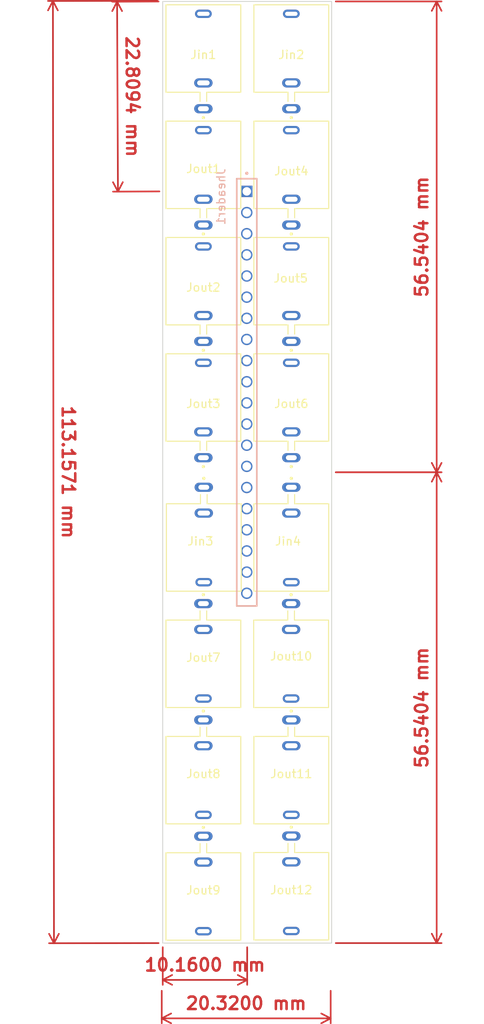
<source format=kicad_pcb>
(kicad_pcb (version 20221018) (generator pcbnew)
  (layers (0 "F.Cu" signal) (31 "B.Cu" signal) (34 "B.Paste" user) (35 "F.Paste" user) (36 "B.SilkS" user "B.Silkscreen") (37 "F.SilkS" user "F.Silkscreen") (38 "B.Mask" user) (39 "F.Mask" user) (44 "Edge.Cuts" user))
  (net 0 "")
  (net 1 "InputBus1")
  (net 2 "Output1")
  (net 3 "Output2")
  (net 4 "Output3")
  (net 5 "Output4")
  (net 6 "Output5")
  (net 7 "Output6")
  (net 8 "Output7")
  (net 9 "Output8")
  (net 10 "InputBus2")
  (net 11 "Output9")
  (net 12 "Output10")
  (net 13 "Output11")
  (net 14 "Output12")
  (net 15 "InputBus3")
  (net 16 "InputBus4")
  (net 17 "GND")
  (footprint "Thonk_PJ398SM:THONK_PJ398SM-12" (layer "F.Cu") (at 157.29 132.08 180)
    (fp_text reference "Jout8" (at 0 0) (layer "F.SilkS"))
    (fp_text value "PJ398SM-12" hide)
    (fp_line (start -4.5 -6) (end -4.5 4.5) (stroke (width 0.127)) (layer "F.SilkS"))
    (fp_line (start -4.5 -6) (end 4.5 -6) (stroke (width 0.127)) (layer "F.SilkS"))
    (fp_line (start -4.5 4.5) (end -0.4 4.5) (stroke (width 0.127)) (layer "F.SilkS"))
    (fp_line (start -0.4 4.5) (end -0.4 5.605) (stroke (width 0.127)) (layer "F.SilkS"))
    (fp_line (start 0.4 4.5) (end 4.5 4.5) (stroke (width 0.127)) (layer "F.SilkS"))
    (fp_line (start 0.4 5.605) (end 0.4 4.5) (stroke (width 0.127)) (layer "F.SilkS"))
    (fp_line (start 4.5 4.5) (end 4.5 -6) (stroke (width 0.127)) (layer "F.SilkS"))
    (fp_circle (center 0 7.55) (end 0.1 7.55) (stroke (width 0.2)) (fill none) (layer "F.SilkS"))
    (pad "1" thru_hole oval (at 0 6.48 180) (size 2.216 1.108) (drill oval 1.3 0.6) (layers "*.Cu" "*.Mask") (net 17 "GND"))
    (pad "2" thru_hole oval (at 0 3.38 180) (size 2.216 1.108) (drill oval 1.5 0.6) (layers "*.Cu" "*.Mask") (net 17 "GND"))
    (pad "3" thru_hole oval (at 0 -4.92 180) (size 2.016 1.008) (drill oval 1.5 0.5) (layers "*.Cu" "*.Mask") (net 9 "Output8"))
  )
  (footprint "Thonk_PJ398SM:THONK_PJ398SM-12" (layer "F.Cu") (at 157.29 118.11 180)
    (fp_text reference "Jout7" (at 0 0) (layer "F.SilkS"))
    (fp_text value "PJ398SM-12" hide)
    (fp_line (start -4.5 -6) (end -4.5 4.5) (stroke (width 0.127)) (layer "F.SilkS"))
    (fp_line (start -4.5 -6) (end 4.5 -6) (stroke (width 0.127)) (layer "F.SilkS"))
    (fp_line (start -4.5 4.5) (end -0.4 4.5) (stroke (width 0.127)) (layer "F.SilkS"))
    (fp_line (start -0.4 4.5) (end -0.4 5.605) (stroke (width 0.127)) (layer "F.SilkS"))
    (fp_line (start 0.4 4.5) (end 4.5 4.5) (stroke (width 0.127)) (layer "F.SilkS"))
    (fp_line (start 0.4 5.605) (end 0.4 4.5) (stroke (width 0.127)) (layer "F.SilkS"))
    (fp_line (start 4.5 4.5) (end 4.5 -6) (stroke (width 0.127)) (layer "F.SilkS"))
    (fp_circle (center 0 7.55) (end 0.1 7.55) (stroke (width 0.2)) (fill none) (layer "F.SilkS"))
    (pad "1" thru_hole oval (at 0 6.48 180) (size 2.216 1.108) (drill oval 1.3 0.6) (layers "*.Cu" "*.Mask") (net 17 "GND"))
    (pad "2" thru_hole oval (at 0 3.38 180) (size 2.216 1.108) (drill oval 1.5 0.6) (layers "*.Cu" "*.Mask") (net 17 "GND"))
    (pad "3" thru_hole oval (at 0 -4.92 180) (size 2.016 1.008) (drill oval 1.5 0.5) (layers "*.Cu" "*.Mask") (net 8 "Output7"))
  )
  (footprint "Thonk_PJ398SM:THONK_PJ398SM-12" (layer "F.Cu") (at 167.8686 132.08 180)
    (fp_text reference "Jout11" (at 0 0) (layer "F.SilkS"))
    (fp_text value "PJ398SM-12" hide)
    (fp_line (start -4.5 -6) (end -4.5 4.5) (stroke (width 0.127)) (layer "F.SilkS"))
    (fp_line (start -4.5 -6) (end 4.5 -6) (stroke (width 0.127)) (layer "F.SilkS"))
    (fp_line (start -4.5 4.5) (end -0.4 4.5) (stroke (width 0.127)) (layer "F.SilkS"))
    (fp_line (start -0.4 4.5) (end -0.4 5.605) (stroke (width 0.127)) (layer "F.SilkS"))
    (fp_line (start 0.4 4.5) (end 4.5 4.5) (stroke (width 0.127)) (layer "F.SilkS"))
    (fp_line (start 0.4 5.605) (end 0.4 4.5) (stroke (width 0.127)) (layer "F.SilkS"))
    (fp_line (start 4.5 4.5) (end 4.5 -6) (stroke (width 0.127)) (layer "F.SilkS"))
    (fp_circle (center 0 7.55) (end 0.1 7.55) (stroke (width 0.2)) (fill none) (layer "F.SilkS"))
    (pad "1" thru_hole oval (at 0 6.48 180) (size 2.216 1.108) (drill oval 1.3 0.6) (layers "*.Cu" "*.Mask") (net 17 "GND"))
    (pad "2" thru_hole oval (at 0 3.38 180) (size 2.216 1.108) (drill oval 1.5 0.6) (layers "*.Cu" "*.Mask") (net 17 "GND"))
    (pad "3" thru_hole oval (at 0 -4.92 180) (size 2.016 1.008) (drill oval 1.5 0.5) (layers "*.Cu" "*.Mask") (net 13 "Output11"))
  )
  (footprint "Thonk_PJ398SM:THONK_PJ398SM-12" (layer "F.Cu") (at 157.29 87.63)
    (fp_text reference "Jout3" (at 0 0) (layer "F.SilkS"))
    (fp_text value "PJ398SM-12" hide)
    (fp_line (start -4.5 -6) (end -4.5 4.5) (stroke (width 0.127)) (layer "F.SilkS"))
    (fp_line (start -4.5 -6) (end 4.5 -6) (stroke (width 0.127)) (layer "F.SilkS"))
    (fp_line (start -4.5 4.5) (end -0.4 4.5) (stroke (width 0.127)) (layer "F.SilkS"))
    (fp_line (start -0.4 4.5) (end -0.4 5.605) (stroke (width 0.127)) (layer "F.SilkS"))
    (fp_line (start 0.4 4.5) (end 4.5 4.5) (stroke (width 0.127)) (layer "F.SilkS"))
    (fp_line (start 0.4 5.605) (end 0.4 4.5) (stroke (width 0.127)) (layer "F.SilkS"))
    (fp_line (start 4.5 4.5) (end 4.5 -6) (stroke (width 0.127)) (layer "F.SilkS"))
    (fp_circle (center 0 7.55) (end 0.1 7.55) (stroke (width 0.2)) (fill none) (layer "F.SilkS"))
    (pad "1" thru_hole oval (at 0 6.48) (size 2.216 1.108) (drill oval 1.3 0.6) (layers "*.Cu" "*.Mask") (net 17 "GND"))
    (pad "2" thru_hole oval (at 0 3.38) (size 2.216 1.108) (drill oval 1.5 0.6) (layers "*.Cu" "*.Mask") (net 17 "GND"))
    (pad "3" thru_hole oval (at 0 -4.92) (size 2.016 1.008) (drill oval 1.5 0.5) (layers "*.Cu" "*.Mask") (net 4 "Output3"))
  )
  (footprint "Thonk_PJ398SM:THONK_PJ398SM-12" (layer "F.Cu") (at 157.29 45.72)
    (fp_text reference "Jin1" (at 0 0) (layer "F.SilkS"))
    (fp_text value "PJ398SM-12" hide)
    (fp_line (start -4.5 -6) (end -4.5 4.5) (stroke (width 0.127)) (layer "F.SilkS"))
    (fp_line (start -4.5 -6) (end 4.5 -6) (stroke (width 0.127)) (layer "F.SilkS"))
    (fp_line (start -4.5 4.5) (end -0.4 4.5) (stroke (width 0.127)) (layer "F.SilkS"))
    (fp_line (start -0.4 4.5) (end -0.4 5.605) (stroke (width 0.127)) (layer "F.SilkS"))
    (fp_line (start 0.4 4.5) (end 4.5 4.5) (stroke (width 0.127)) (layer "F.SilkS"))
    (fp_line (start 0.4 5.605) (end 0.4 4.5) (stroke (width 0.127)) (layer "F.SilkS"))
    (fp_line (start 4.5 4.5) (end 4.5 -6) (stroke (width 0.127)) (layer "F.SilkS"))
    (fp_circle (center 0 7.55) (end 0.1 7.55) (stroke (width 0.2)) (fill none) (layer "F.SilkS"))
    (pad "1" thru_hole oval (at 0 6.48) (size 2.216 1.108) (drill oval 1.3 0.6) (layers "*.Cu" "*.Mask") (net 17 "GND"))
    (pad "2" thru_hole oval (at 0 3.38) (size 2.216 1.108) (drill oval 1.5 0.6) (layers "*.Cu" "*.Mask") (net 17 "GND"))
    (pad "3" thru_hole oval (at 0 -4.92) (size 2.016 1.008) (drill oval 1.5 0.5) (layers "*.Cu" "*.Mask") (net 1 "InputBus1"))
  )
  (footprint "Thonk_PJ398SM:THONK_PJ398SM-12" (layer "F.Cu") (at 157.29 146.05 180)
    (fp_text reference "Jout9" (at 0 0) (layer "F.SilkS"))
    (fp_text value "PJ398SM-12" hide)
    (fp_line (start -4.5 -6) (end -4.5 4.5) (stroke (width 0.127)) (layer "F.SilkS"))
    (fp_line (start -4.5 -6) (end 4.5 -6) (stroke (width 0.127)) (layer "F.SilkS"))
    (fp_line (start -4.5 4.5) (end -0.4 4.5) (stroke (width 0.127)) (layer "F.SilkS"))
    (fp_line (start -0.4 4.5) (end -0.4 5.605) (stroke (width 0.127)) (layer "F.SilkS"))
    (fp_line (start 0.4 4.5) (end 4.5 4.5) (stroke (width 0.127)) (layer "F.SilkS"))
    (fp_line (start 0.4 5.605) (end 0.4 4.5) (stroke (width 0.127)) (layer "F.SilkS"))
    (fp_line (start 4.5 4.5) (end 4.5 -6) (stroke (width 0.127)) (layer "F.SilkS"))
    (fp_circle (center 0 7.55) (end 0.1 7.55) (stroke (width 0.2)) (fill none) (layer "F.SilkS"))
    (pad "1" thru_hole oval (at 0 6.48 180) (size 2.216 1.108) (drill oval 1.3 0.6) (layers "*.Cu" "*.Mask") (net 17 "GND"))
    (pad "2" thru_hole oval (at 0 3.38 180) (size 2.216 1.108) (drill oval 1.5 0.6) (layers "*.Cu" "*.Mask") (net 17 "GND"))
    (pad "3" thru_hole oval (at 0 -4.92 180) (size 2.016 1.008) (drill oval 1.5 0.5) (layers "*.Cu" "*.Mask") (net 11 "Output9"))
  )
  (footprint "Thonk_PJ398SM:THONK_PJ398SM-12" (layer "F.Cu") (at 167.8686 104.14 180)
    (fp_text reference "Jin4" (at 0.4 0) (layer "F.SilkS"))
    (fp_text value "PJ398SM-12" hide)
    (fp_line (start -4.5 -6) (end -4.5 4.5) (stroke (width 0.127)) (layer "F.SilkS"))
    (fp_line (start -4.5 -6) (end 4.5 -6) (stroke (width 0.127)) (layer "F.SilkS"))
    (fp_line (start -4.5 4.5) (end -0.4 4.5) (stroke (width 0.127)) (layer "F.SilkS"))
    (fp_line (start -0.4 4.5) (end -0.4 5.605) (stroke (width 0.127)) (layer "F.SilkS"))
    (fp_line (start 0.4 4.5) (end 4.5 4.5) (stroke (width 0.127)) (layer "F.SilkS"))
    (fp_line (start 0.4 5.605) (end 0.4 4.5) (stroke (width 0.127)) (layer "F.SilkS"))
    (fp_line (start 4.5 4.5) (end 4.5 -6) (stroke (width 0.127)) (layer "F.SilkS"))
    (fp_circle (center 0 7.55) (end 0.1 7.55) (stroke (width 0.2)) (fill none) (layer "F.SilkS"))
    (pad "1" thru_hole oval (at 0 6.48 180) (size 2.216 1.108) (drill oval 1.3 0.6) (layers "*.Cu" "*.Mask") (net 17 "GND"))
    (pad "2" thru_hole oval (at 0 3.38 180) (size 2.216 1.108) (drill oval 1.5 0.6) (layers "*.Cu" "*.Mask") (net 15 "InputBus3"))
    (pad "3" thru_hole oval (at 0 -4.92 180) (size 2.016 1.008) (drill oval 1.5 0.5) (layers "*.Cu" "*.Mask") (net 16 "InputBus4"))
  )
  (footprint "Thonk_PJ398SM:THONK_PJ398SM-12" (layer "F.Cu") (at 157.34 104.14 180)
    (fp_text reference "Jin3" (at 0.4 0) (layer "F.SilkS"))
    (fp_text value "PJ398SM-12" hide)
    (fp_line (start -4.5 -6) (end -4.5 4.5) (stroke (width 0.127)) (layer "F.SilkS"))
    (fp_line (start -4.5 -6) (end 4.5 -6) (stroke (width 0.127)) (layer "F.SilkS"))
    (fp_line (start -4.5 4.5) (end -0.4 4.5) (stroke (width 0.127)) (layer "F.SilkS"))
    (fp_line (start -0.4 4.5) (end -0.4 5.605) (stroke (width 0.127)) (layer "F.SilkS"))
    (fp_line (start 0.4 4.5) (end 4.5 4.5) (stroke (width 0.127)) (layer "F.SilkS"))
    (fp_line (start 0.4 5.605) (end 0.4 4.5) (stroke (width 0.127)) (layer "F.SilkS"))
    (fp_line (start 4.5 4.5) (end 4.5 -6) (stroke (width 0.127)) (layer "F.SilkS"))
    (fp_circle (center 0 7.55) (end 0.1 7.55) (stroke (width 0.2)) (fill none) (layer "F.SilkS"))
    (pad "1" thru_hole oval (at 0 6.48 180) (size 2.216 1.108) (drill oval 1.3 0.6) (layers "*.Cu" "*.Mask") (net 17 "GND"))
    (pad "2" thru_hole oval (at 0 3.38 180) (size 2.216 1.108) (drill oval 1.5 0.6) (layers "*.Cu" "*.Mask") (net 10 "InputBus2"))
    (pad "3" thru_hole oval (at 0 -4.92 180) (size 2.016 1.008) (drill oval 1.5 0.5) (layers "*.Cu" "*.Mask") (net 15 "InputBus3"))
  )
  (footprint "Thonk_PJ398SM:THONK_PJ398SM-12" (layer "F.Cu") (at 167.8686 73.6591)
    (fp_text reference "Jout5" (at -0.069 -1.0935) (layer "F.SilkS"))
    (fp_text value "PJ398SM-12" hide)
    (fp_line (start -4.5 -6) (end -4.5 4.5) (stroke (width 0.127)) (layer "F.SilkS"))
    (fp_line (start -4.5 -6) (end 4.5 -6) (stroke (width 0.127)) (layer "F.SilkS"))
    (fp_line (start -4.5 4.5) (end -0.4 4.5) (stroke (width 0.127)) (layer "F.SilkS"))
    (fp_line (start -0.4 4.5) (end -0.4 5.605) (stroke (width 0.127)) (layer "F.SilkS"))
    (fp_line (start 0.4 4.5) (end 4.5 4.5) (stroke (width 0.127)) (layer "F.SilkS"))
    (fp_line (start 0.4 5.605) (end 0.4 4.5) (stroke (width 0.127)) (layer "F.SilkS"))
    (fp_line (start 4.5 4.5) (end 4.5 -6) (stroke (width 0.127)) (layer "F.SilkS"))
    (fp_circle (center 0 7.55) (end 0.1 7.55) (stroke (width 0.2)) (fill none) (layer "F.SilkS"))
    (pad "1" thru_hole oval (at 0 6.48) (size 2.216 1.108) (drill oval 1.3 0.6) (layers "*.Cu" "*.Mask") (net 17 "GND"))
    (pad "2" thru_hole oval (at 0 3.38) (size 2.216 1.108) (drill oval 1.5 0.6) (layers "*.Cu" "*.Mask") (net 17 "GND"))
    (pad "3" thru_hole oval (at 0 -4.92) (size 2.016 1.008) (drill oval 1.5 0.5) (layers "*.Cu" "*.Mask") (net 6 "Output5"))
  )
  (footprint "Thonk_PJ398SM:THONK_PJ398SM-12" (layer "F.Cu") (at 167.8686 87.6291)
    (fp_text reference "Jout6" (at 0 0) (layer "F.SilkS"))
    (fp_text value "PJ398SM-12" hide)
    (fp_line (start -4.5 -6) (end -4.5 4.5) (stroke (width 0.127)) (layer "F.SilkS"))
    (fp_line (start -4.5 -6) (end 4.5 -6) (stroke (width 0.127)) (layer "F.SilkS"))
    (fp_line (start -4.5 4.5) (end -0.4 4.5) (stroke (width 0.127)) (layer "F.SilkS"))
    (fp_line (start -0.4 4.5) (end -0.4 5.605) (stroke (width 0.127)) (layer "F.SilkS"))
    (fp_line (start 0.4 4.5) (end 4.5 4.5) (stroke (width 0.127)) (layer "F.SilkS"))
    (fp_line (start 0.4 5.605) (end 0.4 4.5) (stroke (width 0.127)) (layer "F.SilkS"))
    (fp_line (start 4.5 4.5) (end 4.5 -6) (stroke (width 0.127)) (layer "F.SilkS"))
    (fp_circle (center 0 7.55) (end 0.1 7.55) (stroke (width 0.2)) (fill none) (layer "F.SilkS"))
    (pad "1" thru_hole oval (at 0 6.48) (size 2.216 1.108) (drill oval 1.3 0.6) (layers "*.Cu" "*.Mask") (net 17 "GND"))
    (pad "2" thru_hole oval (at 0 3.38) (size 2.216 1.108) (drill oval 1.5 0.6) (layers "*.Cu" "*.Mask") (net 17 "GND"))
    (pad "3" thru_hole oval (at 0 -4.92) (size 2.016 1.008) (drill oval 1.5 0.5) (layers "*.Cu" "*.Mask") (net 7 "Output6"))
  )
  (footprint "Thonk_PJ398SM:THONK_PJ398SM-12" (layer "F.Cu") (at 157.29 73.66)
    (fp_text reference "Jout2" (at 0 0) (layer "F.SilkS"))
    (fp_text value "PJ398SM-12" hide)
    (fp_line (start -4.5 -6) (end -4.5 4.5) (stroke (width 0.127)) (layer "F.SilkS"))
    (fp_line (start -4.5 -6) (end 4.5 -6) (stroke (width 0.127)) (layer "F.SilkS"))
    (fp_line (start -4.5 4.5) (end -0.4 4.5) (stroke (width 0.127)) (layer "F.SilkS"))
    (fp_line (start -0.4 4.5) (end -0.4 5.605) (stroke (width 0.127)) (layer "F.SilkS"))
    (fp_line (start 0.4 4.5) (end 4.5 4.5) (stroke (width 0.127)) (layer "F.SilkS"))
    (fp_line (start 0.4 5.605) (end 0.4 4.5) (stroke (width 0.127)) (layer "F.SilkS"))
    (fp_line (start 4.5 4.5) (end 4.5 -6) (stroke (width 0.127)) (layer "F.SilkS"))
    (fp_circle (center 0 7.55) (end 0.1 7.55) (stroke (width 0.2)) (fill none) (layer "F.SilkS"))
    (pad "1" thru_hole oval (at 0 6.48) (size 2.216 1.108) (drill oval 1.3 0.6) (layers "*.Cu" "*.Mask") (net 17 "GND"))
    (pad "2" thru_hole oval (at 0 3.38) (size 2.216 1.108) (drill oval 1.5 0.6) (layers "*.Cu" "*.Mask") (net 17 "GND"))
    (pad "3" thru_hole oval (at 0 -4.92) (size 2.016 1.008) (drill oval 1.5 0.5) (layers "*.Cu" "*.Mask") (net 3 "Output2"))
  )
  (footprint "Thonk_PJ398SM:THONK_PJ398SM-12" (layer "F.Cu") (at 167.8432 118.11 180)
    (fp_text reference "Jout10" (at 0 0.16) (layer "F.SilkS"))
    (fp_text value "PJ398SM-12" hide)
    (fp_line (start -4.5 -6) (end -4.5 4.5) (stroke (width 0.127)) (layer "F.SilkS"))
    (fp_line (start -4.5 -6) (end 4.5 -6) (stroke (width 0.127)) (layer "F.SilkS"))
    (fp_line (start -4.5 4.5) (end -0.4 4.5) (stroke (width 0.127)) (layer "F.SilkS"))
    (fp_line (start -0.4 4.5) (end -0.4 5.605) (stroke (width 0.127)) (layer "F.SilkS"))
    (fp_line (start 0.4 4.5) (end 4.5 4.5) (stroke (width 0.127)) (layer "F.SilkS"))
    (fp_line (start 0.4 5.605) (end 0.4 4.5) (stroke (width 0.127)) (layer "F.SilkS"))
    (fp_line (start 4.5 4.5) (end 4.5 -6) (stroke (width 0.127)) (layer "F.SilkS"))
    (fp_circle (center 0 7.55) (end 0.1 7.55) (stroke (width 0.2)) (fill none) (layer "F.SilkS"))
    (pad "1" thru_hole oval (at 0 6.48 180) (size 2.216 1.108) (drill oval 1.3 0.6) (layers "*.Cu" "*.Mask") (net 17 "GND"))
    (pad "2" thru_hole oval (at 0 3.38 180) (size 2.216 1.108) (drill oval 1.5 0.6) (layers "*.Cu" "*.Mask") (net 17 "GND"))
    (pad "3" thru_hole oval (at 0 -4.92 180) (size 2.016 1.008) (drill oval 1.5 0.5) (layers "*.Cu" "*.Mask") (net 12 "Output10"))
  )
  (footprint "Thonk_PJ398SM:THONK_PJ398SM-12" (layer "F.Cu") (at 167.8686 45.72)
    (fp_text reference "Jin2" (at 0 0) (layer "F.SilkS"))
    (fp_text value "PJ398SM-12" hide)
    (fp_line (start -4.5 -6) (end -4.5 4.5) (stroke (width 0.127)) (layer "F.SilkS"))
    (fp_line (start -4.5 -6) (end 4.5 -6) (stroke (width 0.127)) (layer "F.SilkS"))
    (fp_line (start -4.5 4.5) (end -0.4 4.5) (stroke (width 0.127)) (layer "F.SilkS"))
    (fp_line (start -0.4 4.5) (end -0.4 5.605) (stroke (width 0.127)) (layer "F.SilkS"))
    (fp_line (start 0.4 4.5) (end 4.5 4.5) (stroke (width 0.127)) (layer "F.SilkS"))
    (fp_line (start 0.4 5.605) (end 0.4 4.5) (stroke (width 0.127)) (layer "F.SilkS"))
    (fp_line (start 4.5 4.5) (end 4.5 -6) (stroke (width 0.127)) (layer "F.SilkS"))
    (fp_circle (center 0 7.55) (end 0.1 7.55) (stroke (width 0.2)) (fill none) (layer "F.SilkS"))
    (pad "1" thru_hole oval (at 0 6.48) (size 2.216 1.108) (drill oval 1.3 0.6) (layers "*.Cu" "*.Mask") (net 17 "GND"))
    (pad "2" thru_hole oval (at 0 3.38) (size 2.216 1.108) (drill oval 1.5 0.6) (layers "*.Cu" "*.Mask") (net 1 "InputBus1"))
    (pad "3" thru_hole oval (at 0 -4.92) (size 2.016 1.008) (drill oval 1.5 0.5) (layers "*.Cu" "*.Mask") (net 10 "InputBus2"))
  )
  (footprint "Thonk_PJ398SM:THONK_PJ398SM-12" (layer "F.Cu") (at 167.8686 59.69)
    (fp_text reference "Jout4" (at 0 0) (layer "F.SilkS"))
    (fp_text value "PJ398SM-12" hide)
    (fp_line (start -4.5 -6) (end -4.5 4.5) (stroke (width 0.127)) (layer "F.SilkS"))
    (fp_line (start -4.5 -6) (end 4.5 -6) (stroke (width 0.127)) (layer "F.SilkS"))
    (fp_line (start -4.5 4.5) (end -0.4 4.5) (stroke (width 0.127)) (layer "F.SilkS"))
    (fp_line (start -0.4 4.5) (end -0.4 5.605) (stroke (width 0.127)) (layer "F.SilkS"))
    (fp_line (start 0.4 4.5) (end 4.5 4.5) (stroke (width 0.127)) (layer "F.SilkS"))
    (fp_line (start 0.4 5.605) (end 0.4 4.5) (stroke (width 0.127)) (layer "F.SilkS"))
    (fp_line (start 4.5 4.5) (end 4.5 -6) (stroke (width 0.127)) (layer "F.SilkS"))
    (fp_circle (center 0 7.55) (end 0.1 7.55) (stroke (width 0.2)) (fill none) (layer "F.SilkS"))
    (pad "1" thru_hole oval (at 0 6.48) (size 2.216 1.108) (drill oval 1.3 0.6) (layers "*.Cu" "*.Mask") (net 17 "GND"))
    (pad "2" thru_hole oval (at 0 3.38) (size 2.216 1.108) (drill oval 1.5 0.6) (layers "*.Cu" "*.Mask") (net 17 "GND"))
    (pad "3" thru_hole oval (at 0 -4.92) (size 2.016 1.008) (drill oval 1.5 0.5) (layers "*.Cu" "*.Mask") (net 5 "Output4"))
  )
  (footprint "Thonk_PJ398SM:THONK_PJ398SM-12" (layer "F.Cu") (at 157.29 59.69)
    (fp_text reference "Jout1" (at 0 -0.2785) (layer "F.SilkS"))
    (fp_text value "PJ398SM-12" hide)
    (fp_line (start -4.5 -6) (end -4.5 4.5) (stroke (width 0.127)) (layer "F.SilkS"))
    (fp_line (start -4.5 -6) (end 4.5 -6) (stroke (width 0.127)) (layer "F.SilkS"))
    (fp_line (start -4.5 4.5) (end -0.4 4.5) (stroke (width 0.127)) (layer "F.SilkS"))
    (fp_line (start -0.4 4.5) (end -0.4 5.605) (stroke (width 0.127)) (layer "F.SilkS"))
    (fp_line (start 0.4 4.5) (end 4.5 4.5) (stroke (width 0.127)) (layer "F.SilkS"))
    (fp_line (start 0.4 5.605) (end 0.4 4.5) (stroke (width 0.127)) (layer "F.SilkS"))
    (fp_line (start 4.5 4.5) (end 4.5 -6) (stroke (width 0.127)) (layer "F.SilkS"))
    (fp_circle (center 0 7.55) (end 0.1 7.55) (stroke (width 0.2)) (fill none) (layer "F.SilkS"))
    (pad "1" thru_hole oval (at 0 6.48) (size 2.216 1.108) (drill oval 1.3 0.6) (layers "*.Cu" "*.Mask") (net 17 "GND"))
    (pad "2" thru_hole oval (at 0 3.38) (size 2.216 1.108) (drill oval 1.5 0.6) (layers "*.Cu" "*.Mask") (net 17 "GND"))
    (pad "3" thru_hole oval (at 0 -4.92) (size 2.016 1.008) (drill oval 1.5 0.5) (layers "*.Cu" "*.Mask") (net 2 "Output1"))
  )
  (footprint "Thonk_PJ398SM:THONK_PJ398SM-12" (layer "F.Cu") (at 167.8686 146.0246 180)
    (fp_text reference "Jout12" (at 0 0) (layer "F.SilkS"))
    (fp_text value "PJ398SM-12" hide)
    (fp_line (start -4.5 -6) (end -4.5 4.5) (stroke (width 0.127)) (layer "F.SilkS"))
    (fp_line (start -4.5 -6) (end 4.5 -6) (stroke (width 0.127)) (layer "F.SilkS"))
    (fp_line (start -4.5 4.5) (end -0.4 4.5) (stroke (width 0.127)) (layer "F.SilkS"))
    (fp_line (start -0.4 4.5) (end -0.4 5.605) (stroke (width 0.127)) (layer "F.SilkS"))
    (fp_line (start 0.4 4.5) (end 4.5 4.5) (stroke (width 0.127)) (layer "F.SilkS"))
    (fp_line (start 0.4 5.605) (end 0.4 4.5) (stroke (width 0.127)) (layer "F.SilkS"))
    (fp_line (start 4.5 4.5) (end 4.5 -6) (stroke (width 0.127)) (layer "F.SilkS"))
    (fp_circle (center 0 7.55) (end 0.1 7.55) (stroke (width 0.2)) (fill none) (layer "F.SilkS"))
    (pad "1" thru_hole oval (at 0 6.48 180) (size 2.216 1.108) (drill oval 1.3 0.6) (layers "*.Cu" "*.Mask") (net 17 "GND"))
    (pad "2" thru_hole oval (at 0 3.38 180) (size 2.216 1.108) (drill oval 1.5 0.6) (layers "*.Cu" "*.Mask") (net 17 "GND"))
    (pad "3" thru_hole oval (at 0 -4.92 180) (size 2.016 1.008) (drill oval 1.5 0.5) (layers "*.Cu" "*.Mask") (net 14 "Output12"))
  )
  (footprint "ESQ-120-12-T-S:SAMTEC_ESQ-120-12-T-S" (layer "B.Cu") (at 162.5092 62.1284 -90)
    (fp_text reference "Jheader1" (at 0.65 3.09 90) (layer "B.SilkS") (effects (justify mirror)))
    (fp_text value "2-826646-0")
    (fp_line (start -1.525 -1.205) (end -1.525 1.205) (stroke (width 0.2)) (layer "B.SilkS"))
    (fp_line (start 49.785 -1.205) (end -1.525 -1.205) (stroke (width 0.2)) (layer "B.SilkS"))
    (fp_line (start 49.785 1.205) (end -1.525 1.205) (stroke (width 0.2)) (layer "B.SilkS"))
    (fp_line (start 49.785 1.205) (end 49.785 -1.205) (stroke (width 0.2)) (layer "B.SilkS"))
    (fp_circle (center -2.175 0) (end -2.075 0) (stroke (width 0.2)) (fill none) (layer "B.SilkS"))
    (pad "01" thru_hole rect (at 0 0 270) (size 1.37 1.37) (drill 1.02) (layers "*.Cu" "*.Mask") (net 1 "InputBus1"))
    (pad "02" thru_hole circle (at 2.54 0 270) (size 1.37 1.37) (drill 1.02) (layers "*.Cu" "*.Mask") (net 10 "InputBus2"))
    (pad "03" thru_hole circle (at 5.08 0 270) (size 1.37 1.37) (drill 1.02) (layers "*.Cu" "*.Mask") (net 2 "Output1"))
    (pad "04" thru_hole circle (at 7.62 0 270) (size 1.37 1.37) (drill 1.02) (layers "*.Cu" "*.Mask") (net 3 "Output2"))
    (pad "05" thru_hole circle (at 10.16 0 270) (size 1.37 1.37) (drill 1.02) (layers "*.Cu" "*.Mask") (net 4 "Output3"))
    (pad "06" thru_hole circle (at 12.7 0 270) (size 1.37 1.37) (drill 1.02) (layers "*.Cu" "*.Mask") (net 5 "Output4"))
    (pad "07" thru_hole circle (at 15.24 0 270) (size 1.37 1.37) (drill 1.02) (layers "*.Cu" "*.Mask") (net 11 "Output9"))
    (pad "08" thru_hole circle (at 17.78 0 270) (size 1.37 1.37) (drill 1.02) (layers "*.Cu" "*.Mask") (net 12 "Output10"))
    (pad "09" thru_hole circle (at 20.32 0 270) (size 1.37 1.37) (drill 1.02) (layers "*.Cu" "*.Mask") (net 15 "InputBus3"))
    (pad "10" thru_hole circle (at 22.86 0 270) (size 1.37 1.37) (drill 1.02) (layers "*.Cu" "*.Mask") (net 16 "InputBus4"))
    (pad "11" thru_hole circle (at 25.4 0 270) (size 1.37 1.37) (drill 1.02) (layers "*.Cu" "*.Mask") (net 8 "Output7"))
    (pad "12" thru_hole circle (at 27.94 0 270) (size 1.37 1.37) (drill 1.02) (layers "*.Cu" "*.Mask") (net 6 "Output5"))
    (pad "13" thru_hole circle (at 30.48 0 270) (size 1.37 1.37) (drill 1.02) (layers "*.Cu" "*.Mask") (net 9 "Output8"))
    (pad "14" thru_hole circle (at 33.02 0 270) (size 1.37 1.37) (drill 1.02) (layers "*.Cu" "*.Mask") (net 7 "Output6"))
    (pad "15" thru_hole circle (at 35.56 0 270) (size 1.37 1.37) (drill 1.02) (layers "*.Cu" "*.Mask") (net 13 "Output11"))
    (pad "16" thru_hole circle (at 38.1 0 270) (size 1.37 1.37) (drill 1.02) (layers "*.Cu" "*.Mask") (net 14 "Output12"))
    (pad "17" thru_hole circle (at 40.64 0 270) (size 1.37 1.37) (drill 1.02) (layers "*.Cu" "*.Mask") (net 17 "GND"))
    (pad "18" thru_hole circle (at 43.18 0 270) (size 1.37 1.37) (drill 1.02) (layers "*.Cu" "*.Mask") (net 17 "GND"))
    (pad "19" thru_hole circle (at 45.72 0 270) (size 1.37 1.37) (drill 1.02) (layers "*.Cu" "*.Mask") (net 17 "GND"))
    (pad "20" thru_hole circle (at 48.26 0 270) (size 1.37 1.37) (drill 1.02) (layers "*.Cu" "*.Mask") (net 17 "GND"))
  )
  (gr_rect (start 152.4 39.3192) (end 172.72 152.4) (stroke (width 0.1)) (fill none) (layer "Edge.Cuts"))
  (dimension (type aligned) (layer "F.Cu") (pts (xy 172.72 39.3192) (xy 172.72 95.8596)) (height -12.63) (gr_text "56.5404 mm" (at 183.55 67.5894 90) (layer "F.Cu") (effects (font (size 1.5 1.5) (thickness 0.3)))) (format (prefix "") (suffix "") (units 3) (units_format 1) (precision 4)) (style (thickness 0.2) (arrow_length 1.27) (text_position_mode 0) (extension_height 0.58642) (extension_offset 0.5) keep_text_aligned))
  (dimension (type aligned) (layer "F.Cu") (pts (xy 152.4 39.3192) (xy 152.5016 62.1284)) (height 5.487722) (gr_text "22.8094 mm" (at 148.763114 50.740226 270.2552134) (layer "F.Cu") (effects (font (size 1.5 1.5) (thickness 0.3)))) (format (prefix "") (suffix "") (units 3) (units_format 1) (precision 4)) (style (thickness 0.2) (arrow_length 1.27) (text_position_mode 0) (extension_height 0.58642) (extension_offset 0.5) keep_text_aligned))
  (dimension (type aligned) (layer "F.Cu") (pts (xy 152.28 157.63) (xy 172.6 157.63)) (height 3.81) (gr_text "20.3200 mm" (at 162.44 159.64) (layer "F.Cu") (effects (font (size 1.5 1.5) (thickness 0.3)))) (format (prefix "") (suffix "") (units 3) (units_format 1) (precision 4)) (style (thickness 0.2) (arrow_length 1.27) (text_position_mode 0) (extension_height 0.58642) (extension_offset 0.5) keep_text_aligned))
  (dimension (type aligned) (layer "F.Cu") (pts (xy 162.56 152.4) (xy 152.4 152.4)) (height -4.42) (gr_text "10.1600 mm" (at 157.48 155.02) (layer "F.Cu") (effects (font (size 1.5 1.5) (thickness 0.3)))) (format (prefix "") (suffix "") (units 3) (units_format 1) (precision 4)) (style (thickness 0.2) (arrow_length 1.27) (text_position_mode 0) (extension_height 0.58642) (extension_offset 0.5) keep_text_aligned))
  (dimension (type aligned) (layer "F.Cu") (pts (xy 152.273 39.243) (xy 152.4 152.4)) (height 13.080421) (gr_text "113.1571 mm" (at 141.056086 95.834161 270.064305) (layer "F.Cu") (effects (font (size 1.5 1.5) (thickness 0.3)))) (format (prefix "") (suffix "") (units 3) (units_format 1) (precision 4)) (style (thickness 0.2) (arrow_length 1.27) (text_position_mode 0) (extension_height 0.58642) (extension_offset 0.5) keep_text_aligned))
  (dimension (type aligned) (layer "F.Cu") (pts (xy 172.72 95.8596) (xy 172.72 152.4)) (height -12.63) (gr_text "56.5404 mm" (at 183.55 124.1298 90) (layer "F.Cu") (effects (font (size 1.5 1.5) (thickness 0.3)))) (format (prefix "") (suffix "") (units 3) (units_format 1) (precision 4)) (style (thickness 0.2) (arrow_length 1.27) (text_position_mode 0) (extension_height 0.58642) (extension_offset 0.5) keep_text_aligned))
)
</source>
